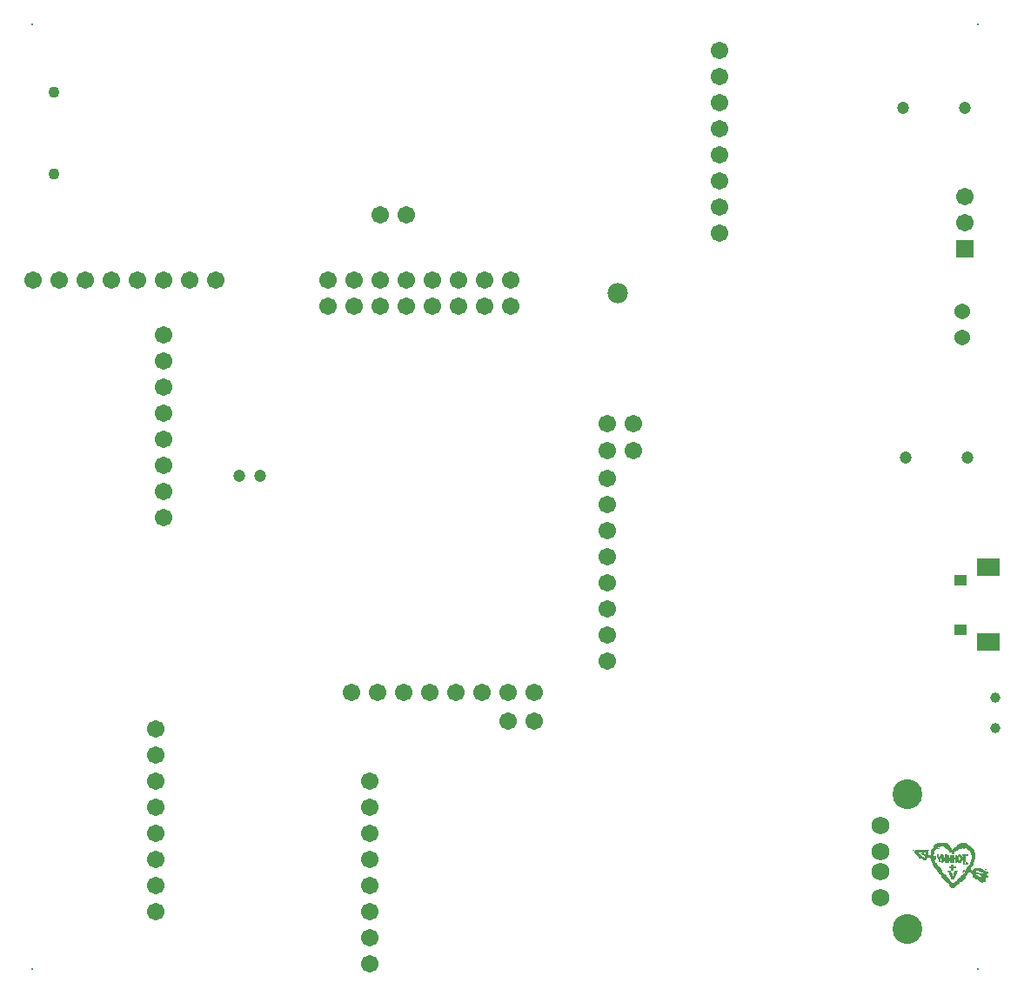
<source format=gbs>
G04*
G04 #@! TF.GenerationSoftware,Altium Limited,Altium Designer,21.9.2 (33)*
G04*
G04 Layer_Color=16711935*
%FSLAX25Y25*%
%MOIN*%
G70*
G04*
G04 #@! TF.SameCoordinates,66518ADA-414C-4047-A028-89B1228E7E92*
G04*
G04*
G04 #@! TF.FilePolarity,Negative*
G04*
G01*
G75*
%ADD76R,0.08674X0.06706*%
%ADD87C,0.06706*%
%ADD88C,0.04737*%
%ADD89R,0.04737X0.03950*%
%ADD90C,0.07800*%
%ADD91C,0.03950*%
%ADD92C,0.06800*%
%ADD93C,0.11430*%
%ADD94C,0.06048*%
%ADD95C,0.00800*%
%ADD96C,0.04343*%
%ADD97R,0.06706X0.06706*%
%ADD150C,0.00300*%
D76*
X382000Y141228D02*
D03*
Y169772D02*
D03*
D87*
X63000Y108000D02*
D03*
X86000Y280000D02*
D03*
X76000D02*
D03*
X66000D02*
D03*
X56000D02*
D03*
X46000D02*
D03*
X36000D02*
D03*
X26000D02*
D03*
X16000D02*
D03*
X199000D02*
D03*
Y270000D02*
D03*
X189000Y280000D02*
D03*
Y270000D02*
D03*
X179000Y280000D02*
D03*
Y270000D02*
D03*
X168971Y280000D02*
D03*
Y270000D02*
D03*
X159000Y280000D02*
D03*
Y270000D02*
D03*
X149000D02*
D03*
Y280000D02*
D03*
X138971D02*
D03*
Y270000D02*
D03*
X128971Y280000D02*
D03*
Y270000D02*
D03*
X145000Y88000D02*
D03*
Y78000D02*
D03*
Y68000D02*
D03*
Y58000D02*
D03*
Y48000D02*
D03*
Y38000D02*
D03*
Y28000D02*
D03*
Y18000D02*
D03*
X63000Y38000D02*
D03*
Y48000D02*
D03*
Y58000D02*
D03*
Y68000D02*
D03*
Y78000D02*
D03*
Y88000D02*
D03*
Y98000D02*
D03*
X66000Y259000D02*
D03*
Y249000D02*
D03*
Y239000D02*
D03*
Y229000D02*
D03*
Y219000D02*
D03*
Y209000D02*
D03*
Y199000D02*
D03*
Y189000D02*
D03*
X198000Y111000D02*
D03*
X208000D02*
D03*
X149000Y305000D02*
D03*
X159000D02*
D03*
X279000Y298000D02*
D03*
Y308000D02*
D03*
Y318000D02*
D03*
Y328000D02*
D03*
Y338000D02*
D03*
Y348000D02*
D03*
Y358000D02*
D03*
Y368000D02*
D03*
X208000Y122000D02*
D03*
X198000D02*
D03*
X188000D02*
D03*
X178000D02*
D03*
X168000D02*
D03*
X158000D02*
D03*
X148000D02*
D03*
X138000D02*
D03*
X236000Y134000D02*
D03*
Y144000D02*
D03*
Y154000D02*
D03*
Y164000D02*
D03*
Y174000D02*
D03*
Y184000D02*
D03*
Y194000D02*
D03*
Y204000D02*
D03*
X373000Y312000D02*
D03*
Y302000D02*
D03*
X245931Y214529D02*
D03*
X235931D02*
D03*
X245962Y225029D02*
D03*
X235962D02*
D03*
D88*
X373000Y346000D02*
D03*
X349378D02*
D03*
X374000Y212000D02*
D03*
X350378D02*
D03*
X102937Y205000D02*
D03*
X95063D02*
D03*
D89*
X371331Y165047D02*
D03*
Y145953D02*
D03*
D90*
X240000Y275000D02*
D03*
D91*
X384500Y119905D02*
D03*
Y108095D02*
D03*
D92*
X340500Y70842D02*
D03*
Y61000D02*
D03*
Y53126D02*
D03*
Y43284D02*
D03*
D93*
X350874Y82850D02*
D03*
Y31276D02*
D03*
D94*
X372000Y268000D02*
D03*
Y258000D02*
D03*
D95*
X15748Y377953D02*
D03*
X377953D02*
D03*
Y15748D02*
D03*
X15748D02*
D03*
D96*
X24000Y352000D02*
D03*
X24000Y320504D02*
D03*
D97*
X373000Y292000D02*
D03*
D150*
X371300Y64100D02*
X373400D01*
X362300D02*
X365900D01*
X370700Y63800D02*
X373700D01*
X361700D02*
X366200D01*
X370100Y63500D02*
X374000D01*
X361400D02*
X366500D01*
X369800Y63200D02*
X374600D01*
X361100D02*
X366800D01*
X369500Y62900D02*
X374900D01*
X365000D02*
X367100D01*
X361100D02*
X363200D01*
X368900Y62600D02*
X375200D01*
X365300D02*
X367400D01*
X360800D02*
X362300D01*
X373700Y62300D02*
X375500D01*
X372200D02*
X372500D01*
X368600D02*
X371600D01*
X365600D02*
X367700D01*
X362600D02*
X362900D01*
X360500D02*
X362300D01*
X374000Y62000D02*
X375800D01*
X368300D02*
X370400D01*
X366200D02*
X367700D01*
X360200D02*
X361700D01*
X374300Y61700D02*
X376100D01*
X368300D02*
X370100D01*
X366500D02*
X368000D01*
X360200D02*
X361400D01*
X354200D02*
X357500D01*
X353000D02*
X353300D01*
X375200Y61400D02*
X376400D01*
X366800D02*
X369200D01*
X359900D02*
X361100D01*
X353900D02*
X359000D01*
X374900Y61100D02*
X376400D01*
X367100D02*
X369200D01*
X359900D02*
X361100D01*
X353600D02*
X358700D01*
X374900Y60800D02*
X376400D01*
X367100D02*
X368600D01*
X359900D02*
X360800D01*
X357500D02*
X358700D01*
X355700D02*
X357200D01*
X353600D02*
X355400D01*
X375200Y60500D02*
X376700D01*
X368000D02*
X368600D01*
X359900D02*
X360800D01*
X357800D02*
X358700D01*
X356600D02*
X356900D01*
X353600D02*
X355100D01*
X375200Y60200D02*
X376700D01*
X368000D02*
X368600D01*
X359900D02*
X360800D01*
X357800D02*
X358700D01*
X356000D02*
X356900D01*
X353900D02*
X355400D01*
X375200Y59900D02*
X376700D01*
X371900D02*
X374000D01*
X370700D02*
X371000D01*
X365400D02*
X365800D01*
X364100D02*
X364400D01*
X363500D02*
X363800D01*
X362300D02*
X362600D01*
X359900D02*
X360500D01*
X356600D02*
X358700D01*
X354200D02*
X355600D01*
X375500Y59600D02*
X376700D01*
X371900D02*
X374000D01*
X370300D02*
X371300D01*
X369200D02*
X369700D01*
X368000D02*
X368600D01*
X367400D02*
X367700D01*
X366200D02*
X366500D01*
X365300D02*
X365800D01*
X364100D02*
X364600D01*
X363500D02*
X363800D01*
X362300D02*
X362600D01*
X357200D02*
X360500D01*
X354500D02*
X355900D01*
X375500Y59300D02*
X376700D01*
X372200D02*
X373100D01*
X371000D02*
X371600D01*
X370100D02*
X370700D01*
X369200D02*
X369700D01*
X367400D02*
X368600D01*
X366200D02*
X366500D01*
X365300D02*
X365800D01*
X364100D02*
X364600D01*
X363400D02*
X363800D01*
X362300D02*
X362600D01*
X361100D02*
X361700D01*
X357500D02*
X360500D01*
X354800D02*
X356300D01*
X375500Y59000D02*
X376700D01*
X372200D02*
X372800D01*
X371000D02*
X371900D01*
X370100D02*
X370400D01*
X369200D02*
X369700D01*
X368100D02*
X368600D01*
X367200D02*
X367700D01*
X366200D02*
X366500D01*
X365300D02*
X365800D01*
X364100D02*
X364600D01*
X357500D02*
X361700D01*
X355400D02*
X356900D01*
X375500Y58700D02*
X376700D01*
X372200D02*
X372800D01*
X371300D02*
X371900D01*
X370100D02*
X370300D01*
X369200D02*
X369800D01*
X368100D02*
X368600D01*
X367100D02*
X367700D01*
X366200D02*
X366500D01*
X365100D02*
X365800D01*
X364100D02*
X364600D01*
X362500D02*
X363500D01*
X359600D02*
X361700D01*
X355400D02*
X358400D01*
X375500Y58400D02*
X376700D01*
X372200D02*
X372800D01*
X371300D02*
X371900D01*
X368900D02*
X370200D01*
X368100D02*
X368600D01*
X366200D02*
X367700D01*
X364100D02*
X364600D01*
X362600D02*
X363400D01*
X359900D02*
X361700D01*
X356000D02*
X358100D01*
X375500Y58100D02*
X376700D01*
X372200D02*
X372800D01*
X371300D02*
X371900D01*
X369800D02*
X370300D01*
X368100D02*
X369500D01*
X366200D02*
X367700D01*
X364100D02*
X365800D01*
X362700D02*
X363300D01*
X359900D02*
X361700D01*
X356600D02*
X358100D01*
X375200Y57800D02*
X376400D01*
X372200D02*
X372800D01*
X371100D02*
X371900D01*
X370100D02*
X370400D01*
X369200D02*
X369800D01*
X368100D02*
X368600D01*
X367400D02*
X367700D01*
X366200D02*
X366800D01*
X365400D02*
X365800D01*
X364100D02*
X365000D01*
X362900D02*
X363400D01*
X359900D02*
X361400D01*
X356900D02*
X358100D01*
X375200Y57500D02*
X376400D01*
X372200D02*
X372800D01*
X371000D02*
X371600D01*
X369800D02*
X370700D01*
X369200D02*
X369500D01*
X368100D02*
X368600D01*
X367400D02*
X367700D01*
X366200D02*
X366800D01*
X365400D02*
X365800D01*
X364100D02*
X364900D01*
X362900D02*
X363400D01*
X359900D02*
X361100D01*
X375200Y57200D02*
X376400D01*
X372200D02*
X372800D01*
X370100D02*
X371300D01*
X369200D02*
X369600D01*
X368100D02*
X368600D01*
X367400D02*
X367700D01*
X366200D02*
X366500D01*
X364100D02*
X364700D01*
X363000D02*
X363500D01*
X360200D02*
X361400D01*
X374900Y56900D02*
X376100D01*
X373400D02*
X373700D01*
X372200D02*
X372500D01*
X370400D02*
X371300D01*
X369200D02*
X369600D01*
X367400D02*
X367700D01*
X365400D02*
X365800D01*
X364100D02*
X364400D01*
X360200D02*
X361400D01*
X374900Y56600D02*
X376100D01*
X373400D02*
X374000D01*
X372200D02*
X372500D01*
X360500D02*
X362000D01*
X374900Y56300D02*
X375800D01*
X372200D02*
X373800D01*
X360500D02*
X362000D01*
X374600Y56000D02*
X375800D01*
X367700D02*
X368300D01*
X360500D02*
X362300D01*
X374600Y55700D02*
X375500D01*
X367700D02*
X368300D01*
X360800D02*
X362300D01*
X374300Y55400D02*
X375500D01*
X367700D02*
X368300D01*
X361100D02*
X362300D01*
X374000Y55100D02*
X375200D01*
X366800D02*
X369200D01*
X361100D02*
X362900D01*
X373700Y54800D02*
X374900D01*
X366800D02*
X369200D01*
X361400D02*
X363200D01*
X376700Y54500D02*
X378800D01*
X373700D02*
X374900D01*
X367700D02*
X368300D01*
X361700D02*
X363500D01*
X380600Y54200D02*
X380900D01*
X376400D02*
X379700D01*
X373400D02*
X374900D01*
X367700D02*
X368300D01*
X362000D02*
X363500D01*
X375800Y53900D02*
X380000D01*
X373400D02*
X375200D01*
X372200D02*
X372500D01*
X367700D02*
X368300D01*
X362300D02*
X363800D01*
X378200Y53600D02*
X380600D01*
X373100D02*
X377000D01*
X372200D02*
X372500D01*
X368900D02*
X369900D01*
X366300D02*
X367300D01*
X362300D02*
X364100D01*
X379100Y53300D02*
X381500D01*
X374600D02*
X377000D01*
X372800D02*
X374300D01*
X371900D02*
X372200D01*
X368900D02*
X369700D01*
X366500D02*
X367400D01*
X362600D02*
X364100D01*
X380000Y53000D02*
X381500D01*
X375200D02*
X377900D01*
X372800D02*
X374000D01*
X368700D02*
X369600D01*
X366800D02*
X367700D01*
X362900D02*
X364400D01*
X379700Y52700D02*
X381200D01*
X375500D02*
X378800D01*
X372500D02*
X373700D01*
X368600D02*
X369500D01*
X366800D02*
X367700D01*
X362900D02*
X364700D01*
X377900Y52400D02*
X381200D01*
X375500D02*
X376700D01*
X372200D02*
X373700D01*
X368600D02*
X369400D01*
X367100D02*
X367900D01*
X363200D02*
X364700D01*
X378500Y52100D02*
X380900D01*
X375800D02*
X377000D01*
X372200D02*
X373700D01*
X368600D02*
X369200D01*
X367100D02*
X368000D01*
X363500D02*
X365300D01*
X379100Y51800D02*
X381200D01*
X376100D02*
X377600D01*
X371600D02*
X373400D01*
X368600D02*
X369200D01*
X367400D02*
X368000D01*
X363800D02*
X365600D01*
X379400Y51500D02*
X381500D01*
X376100D02*
X377900D01*
X371300D02*
X373100D01*
X367400D02*
X368900D01*
X364100D02*
X365600D01*
X379400Y51200D02*
X381500D01*
X376100D02*
X378800D01*
X371300D02*
X373100D01*
X367700D02*
X368900D01*
X364100D02*
X365900D01*
X376700Y50900D02*
X380600D01*
X370700D02*
X372800D01*
X367700D02*
X368600D01*
X364400D02*
X366200D01*
X377000Y50600D02*
X380600D01*
X370400D02*
X372500D01*
X367700D02*
X368600D01*
X364700D02*
X366500D01*
X377900Y50300D02*
X380600D01*
X370100D02*
X372200D01*
X365000D02*
X367100D01*
X378200Y50000D02*
X380600D01*
X369800D02*
X371900D01*
X365300D02*
X367100D01*
X379400Y49700D02*
X380600D01*
X378500D02*
X378800D01*
X369500D02*
X371600D01*
X365600D02*
X367100D01*
X369200Y49400D02*
X371300D01*
X365900D02*
X367400D01*
X379400Y49100D02*
X379700D01*
X368900D02*
X370700D01*
X365900D02*
X367700D01*
X366500Y48800D02*
X370700D01*
X366800Y48500D02*
X370400D01*
X366800Y48200D02*
X369500D01*
X367100Y47900D02*
X369200D01*
X367400Y47600D02*
X368900D01*
X367700Y47300D02*
X368600D01*
X365400Y57200D02*
X365800D01*
X365000Y58400D02*
X365800D01*
X368100Y56900D02*
X368500D01*
X366200D02*
X366500D01*
X362300Y59000D02*
X362800D01*
X363300D02*
X363700D01*
M02*

</source>
